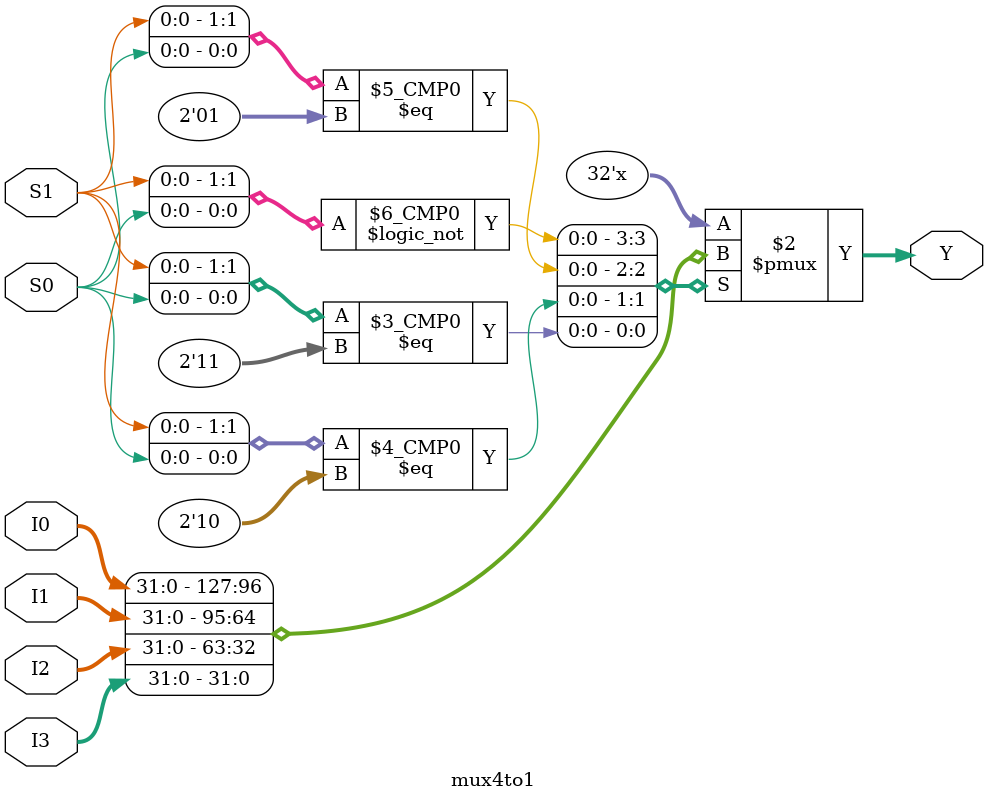
<source format=sv>
`timescale 1ns/10ps

module mux4to1(Y, S0, S1, I0, I1, I2, I3);
  
parameter DSize = 32;

output logic [DSize-1:0] Y;

input S0, S1; 
input [DSize-1:0] I0, I1, I2, I3;

always_comb begin
    case({S1,S0})
        2'b00:
            Y = I0;
        2'b01:
            Y = I1;
        2'b10:
            Y = I2;
        2'b11:
            Y = I3;
        default:
            Y = 2'b00;
    endcase 
    //Y=({S1,S0}==2'b00)?I0:
         //({S1,S0}==2'b01)?I1:
         //({S1,S0}==2'b10)?I2:
         //({S1,S0}==2'b11)?I3:2'b00;
end


endmodule

</source>
